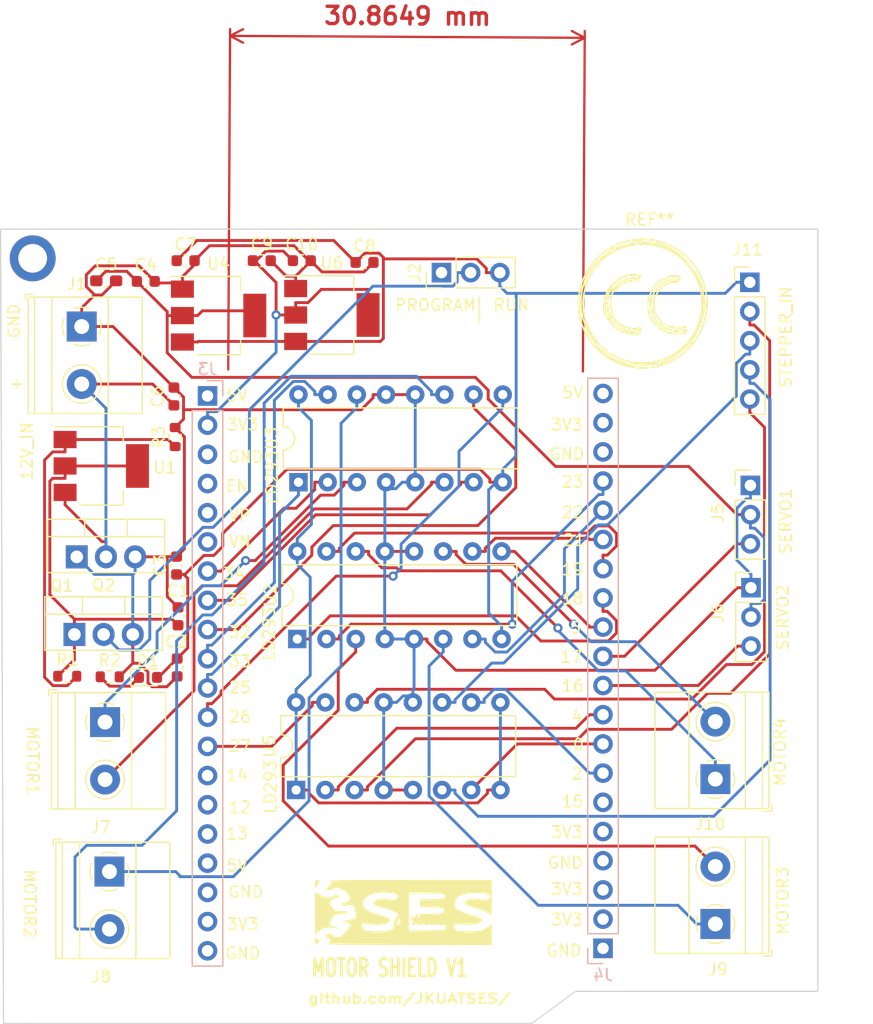
<source format=kicad_pcb>
(kicad_pcb (version 20211014) (generator pcbnew)
  (layers (0 "F.Cu" signal) (31 "B.Cu" signal) (34 "B.Paste" user) (35 "F.Paste" user) (36 "B.SilkS" user "B.Silkscreen") (37 "F.SilkS" user "F.Silkscreen") (38 "B.Mask" user) (39 "F.Mask" user) (44 "Edge.Cuts" user))
  (net 0 "")
  (net 1 "Net-(C1-Pad1)")
  (net 2 "GND")
  (net 3 "Net-(D1-Pad1)")
  (net 4 "+5V")
  (net 6 "12V")
  (net 7 "SERVO_5V")
  (net 8 "STEPPER_IN3")
  (net 9 "STEPPER_IN1")
  (net 10 "END")
  (net 11 "SERVO2_SIGNAL")
  (net 12 "SERVO1_SIGNAL")
  (net 13 "ENC")
  (net 14 "IN8")
  (net 15 "MOTOR_A_OUT+")
  (net 16 "MOTOR_A_OUT-")
  (net 17 "MOTOR_B_OUT+")
  (net 18 "MOTOR_B_OUT-")
  (net 19 "MOTOR_C_OUT-")
  (net 20 "MOTOR_C_OUT+")
  (net 21 "MOTOR_D_OUT+")
  (net 22 "MOTOR_D_OUT-")
  (net 23 "OUT1")
  (net 24 "OUT3")
  (net 25 "OUT2")
  (net 26 "OUT4")
  (net 27 "IN5")
  (net 28 "IN6")
  (net 29 "IN7")
  (net 30 "ENA")
  (net 31 "IN1")
  (net 32 "IN2")
  (net 33 "ENB")
  (net 34 "IN3")
  (net 35 "IN4")
  (net 36 "STEPPER_IN2")
  (net 37 "STEPPER_IN4")
  (net 58 "Net-(R1-Pad2)")
  (net 59 "Net-(C6-Pad1)")
  (net 60 "3v3")
  (net 61 "Net-(Q2-Pad2)")
  (net 62 "3V3")
  (footprint "custom-footprints:sesboard-logo" (layer "F.Cu") (at 96.774 118.745)
    (fp_text reference "G***")
    (fp_text value "LOGO" hide)
  )
  (footprint "Connector_PinHeader_2.54mm:PinHeader_1x03_P2.54mm_Vertical" (layer "F.Cu") (at 98.567 61.951 90)
    (fp_text reference "J2")
    (fp_text value "Conn_01x03_Female")
  )
  (footprint "Package_TO_SOT_SMD:SOT-223-3_TabPin2" (layer "F.Cu") (at 79.1718 65.6844)
    (fp_text reference "U4")
    (fp_text value "AMS1117-5.0")
  )
  (footprint "Capacitor_SMD:C_0603_1608Metric" (layer "F.Cu") (at 75.6412 91.8464 90)
    (fp_text reference "C1")
    (fp_text value "1uF")
  )
  (footprint "Capacitor_SMD:C_0603_1608Metric" (layer "F.Cu") (at 86.4108 60.9092)
    (fp_text reference "C10")
    (fp_text value "10uF")
  )
  (footprint "Capacitor_SMD:C_0603_1608Metric_Pad1.08x0.95mm_HandSolder" (layer "F.Cu") (at 69.3928 62.6618)
    (fp_text reference "C5")
    (fp_text value "100nF")
  )
  (footprint "Package_TO_SOT_THT:TO-220-3_Vertical" (layer "F.Cu") (at 66.6242 93.4212)
    (fp_text reference "Q2")
    (fp_text value "TIP3055")
  )
  (footprint "Capacitor_SMD:C_0603_1608Metric" (layer "F.Cu") (at 75.5142 87.4268 90)
    (fp_text reference "C3")
    (fp_text value "100nF")
  )
  (footprint "LED_SMD:LED_0603_1608Metric" (layer "F.Cu") (at 73.025 97.155)
    (fp_text reference "D1")
    (fp_text value "GREEN_LED")
  )
  (footprint "TerminalBlock_Phoenix:TerminalBlock_Phoenix_MKDS-1,5-2_1x02_P5.00mm_Horizontal" (layer "F.Cu") (at 69.2912 101.0412 -90)
    (fp_text reference "J7")
    (fp_text value "MOTOR_A_OUT")
  )
  (footprint "Package_DIP:DIP-16_W7.62mm" (layer "F.Cu") (at 86.0194 93.8176 90)
    (fp_text reference "U2")
    (fp_text value "L293D")
  )
  (footprint "Capacitor_SMD:C_0603_1608Metric" (layer "F.Cu") (at 75.2856 72.7202 90)
    (fp_text reference "C6")
    (fp_text value "0.1uF")
  )
  (footprint "TerminalBlock_Phoenix:TerminalBlock_Phoenix_MKDS-1,5-2_1x02_P5.00mm_Horizontal" (layer "F.Cu") (at 69.672 114.046 -90)
    (fp_text reference "J8")
    (fp_text value "MOTOR_B_OUT")
  )
  (footprint "Resistor_SMD:R_0603_1608Metric" (layer "F.Cu") (at 66.0024 97.0534)
    (fp_text reference "R1")
    (fp_text value "240R")
  )
  (footprint "TerminalBlock_Phoenix:TerminalBlock_Phoenix_MKDS-1,5-2_1x02_P5.00mm_Horizontal" (layer "F.Cu") (at 122.4028 118.6034 90)
    (fp_text reference "J9")
    (fp_text value "MOTOR_C_OUT")
  )
  (footprint "Package_TO_SOT_SMD:SOT-223-3_TabPin2" (layer "F.Cu") (at 89.027 65.6336)
    (fp_text reference "U6")
    (fp_text value "AMS1117-3.3")
  )
  (footprint "TerminalBlock_Phoenix:TerminalBlock_Phoenix_MKDS-1,5-2_1x02_P5.00mm_Horizontal" (layer "F.Cu") (at 67.259 66.6388 -90)
    (fp_text reference "J1")
    (fp_text value "EXTERNAL_MOTOR_POWER")
  )
  (footprint "Connector_PinHeader_2.54mm:PinHeader_1x05_P2.54mm_Vertical" (layer "F.Cu") (at 125.3998 62.7888)
    (fp_text reference "J11")
    (fp_text value "STEPPER_TERMINAL")
  )
  (footprint "Capacitor_SMD:C_0603_1608Metric" (layer "F.Cu") (at 82.931 60.9092)
    (fp_text reference "C9")
    (fp_text value "10uF")
  )
  (footprint "Connector_PinHeader_2.54mm:PinHeader_1x03_P2.54mm_Vertical" (layer "F.Cu") (at 125.5014 89.3572)
    (fp_text reference "J6")
    (fp_text value "SERVO2")
  )
  (footprint "Package_DIP:DIP-16_W7.62mm" (layer "F.Cu") (at 85.9178 106.9494 90)
    (fp_text reference "U5")
    (fp_text value "L293D")
  )
  (footprint "Capacitor_SMD:C_0603_1608Metric" (layer "F.Cu") (at 91.8718 61.0616)
    (fp_text reference "C8")
    (fp_text value "10uF")
  )
  (footprint "Capacitor_SMD:C_0603_1608Metric" (layer "F.Cu") (at 75.565 96.2914 -90)
    (fp_text reference "C2")
    (fp_text value "10uF")
  )
  (footprint "TerminalBlock_Phoenix:TerminalBlock_Phoenix_MKDS-1,5-2_1x02_P5.00mm_Horizontal" (layer "F.Cu") (at 122.4028 106.005 90)
    (fp_text reference "J10")
    (fp_text value "MOTOR_D_OUT")
  )
  (footprint "Package_TO_SOT_SMD:SOT-223-3_TabPin2" (layer "F.Cu") (at 68.961 78.7654)
    (fp_text reference "U1")
    (fp_text value "LM317_SOT-223")
  )
  (footprint "Connector_PinHeader_2.54mm:PinHeader_1x03_P2.54mm_Vertical" (layer "F.Cu") (at 125.4506 80.4568)
    (fp_text reference "J5")
    (fp_text value "SERVO1")
  )
  (footprint "Package_TO_SOT_THT:TO-220-3_Vertical" (layer "F.Cu") (at 66.8274 86.67)
    (fp_text reference "Q1")
    (fp_text value "Q_NMOS_DGS")
  )
  (footprint "Symbol:Symbol_CreativeCommons_SilkScreenTop_Type2_Big" (layer "F.Cu") (at 116.078 64.643)
    (fp_text reference "REF**")
    (fp_text value "Symbol_CreativeCommons_SilkScreenTop_Type2_Big")
  )
  (footprint "Package_DIP:DIP-16_W7.62mm" (layer "F.Cu") (at 86.121 80.1778 90)
    (fp_text reference "U3")
    (fp_text value "L293D")
  )
  (footprint "Resistor_SMD:R_0603_1608Metric" (layer "F.Cu") (at 75.3872 76.2508 90)
    (fp_text reference "R3")
    (fp_text value "2K")
  )
  (footprint "Resistor_SMD:R_0603_1608Metric" (layer "F.Cu") (at 69.6976 97.1042)
    (fp_text reference "R2")
    (fp_text value "2K")
  )
  (footprint "Capacitor_SMD:C_0603_1608Metric" (layer "F.Cu") (at 76.3016 60.9092)
    (fp_text reference "C7")
    (fp_text value "10uF")
  )
  (footprint "Capacitor_SMD:C_0603_1608Metric" (layer "F.Cu") (at 72.8348 62.7126)
    (fp_text reference "C4")
    (fp_text value "10uF")
  )
  (footprint "Connector_PinHeader_2.54mm:PinHeader_1x20_P2.54mm_Vertical" (layer "B.Cu") (at 112.6236 120.7212)
    (fp_text reference "J4")
    (fp_text value "Conn_01x20_Female")
  )
  (footprint "Connector_PinHeader_2.54mm:PinHeader_1x20_P2.54mm_Vertical" (layer "B.Cu") (at 78.2066 72.6744 180)
    (fp_text reference "J3")
    (fp_text value "Conn_01x20_Female")
  )
  (gr_line (start 101.854 64.008) (end 101.854 66.294) (layer "F.SilkS") (width 0.15))
  (gr_line (start 62.484 127.254) (end 60.452 127.254) (layer "Edge.Cuts") (width 0.1))
  (gr_line (start 60.452 127.254) (end 60.198 58.166) (layer "Edge.Cuts") (width 0.1))
  (gr_line (start 131.318 58.166) (end 131.318 124.46) (layer "Edge.Cuts") (width 0.1))
  (gr_line (start 62.23 58.166) (end 131.318 58.166) (layer "Edge.Cuts") (width 0.1))
  (gr_line (start 110.236 124.46) (end 106.426 127.254) (layer "Edge.Cuts") (width 0.1))
  (gr_line (start 106.426 127.254) (end 62.484 127.254) (layer "Edge.Cuts") (width 0.1))
  (gr_line (start 62.23 58.166) (end 60.198 58.166) (layer "Edge.Cuts") (width 0.1))
  (gr_line (start 131.318 124.46) (end 110.236 124.46) (layer "Edge.Cuts") (width 0.1))
  (gr_text "5V" (at 80.772 72.644) (layer "F.SilkS") (effects (font (size 1 1))))
  (gr_text "VN" (at 81.026 85.344) (layer "F.SilkS") (effects (font (size 1 1))))
  (gr_text "SERVO1" (at 128.524 83.566 90) (layer "F.SilkS") (effects (font (size 1 1))))
  (gr_text "SERVO2" (at 128.27 91.948 90) (layer "F.SilkS") (effects (font (size 1 1))))
  (gr_text "GND" (at 81.534 115.824) (layer "F.SilkS") (effects (font (size 1 1))))
  (gr_text "5" (at 110.236 92.837) (layer "F.SilkS") (effects (font (size 1 1))))
  (gr_text "GND" (at 109.347 113.284) (layer "F.SilkS") (effects (font (size 1 1))))
  (gr_text "22" (at 109.982 82.804) (layer "F.SilkS") (effects (font (size 1 1))))
  (gr_text "23" (at 109.982 80.137) (layer "F.SilkS") (effects (font (size 1 1))))
  (gr_text "GND" (at 109.22 120.904) (layer "F.SilkS") (effects (font (size 1 1))))
  (gr_text "2" (at 110.363 105.537) (layer "F.SilkS") (effects (font (size 1 1))))
  (gr_text "21" (at 110.109 85.217) (layer "F.SilkS") (effects (font (size 1 1))))
  (gr_text "17" (at 109.855 95.377) (layer "F.SilkS") (effects (font (size 1 1))))
  (gr_text "5V" (at 80.772 113.538) (layer "F.SilkS") (effects (font (size 1 1))))
  (gr_text "LD293" (at 83.82 79.756 90) (layer "F.SilkS") (effects (font (size 1 1))))
  (gr_text "33" (at 81.026 95.758) (layer "F.SilkS") (effects (font (size 1 1))))
  (gr_text "26" (at 81.026 100.584) (layer "F.SilkS") (effects (font (size 1 1))))
  (gr_text "15" (at 109.982 107.95) (layer "F.SilkS") (effects (font (size 1 1))))
  (gr_text "5V" (at 109.982 72.39) (layer "F.SilkS") (effects (font (size 1 1))))
  (gr_text "3V3" (at 109.474 115.57) (layer "F.SilkS") (effects (font (size 1 1))))
  (gr_text "25" (at 81.026 98.044) (layer "F.SilkS") (effects (font (size 1 1))))
  (gr_text "3V3" (at 109.474 118.237) (layer "F.SilkS") (effects (font (size 1 1))))
  (gr_text "LD293" (at 83.693 106.68 90) (layer "F.SilkS") (effects (font (size 1 1))))
  (gr_text "GND" (at 109.474 77.724) (layer "F.SilkS") (effects (font (size 1 1))))
  (gr_text "MOTOR SHIELD V1" (at 87.122 122.428) (layer "F.SilkS") (effects (font (size 1.5 1) (thickness 0.25)) (justify left)))
  (gr_text "35" (at 80.772 90.424) (layer "F.SilkS") (effects (font (size 1 1))))
  (gr_text "MOTOR3" (at 128.27 116.586 90) (layer "F.SilkS") (effects (font (size 1 1))))
  (gr_text "EN" (at 80.772 80.518) (layer "F.SilkS") (effects (font (size 1 1))))
  (gr_text "MOTOR2\n" (at 62.738 116.84 270) (layer "F.SilkS") (effects (font (size 1 1))))
  (gr_text "github.com/JKUATSES/\n" (at 95.758 125.095) (layer "F.SilkS") (effects (font (size 0.8 1) (thickness 0.2))))
  (gr_text "0" (at 110.49 102.997) (layer "F.SilkS") (effects (font (size 1 1))))
  (gr_text "RUN" (at 104.648 64.77) (layer "F.SilkS") (effects (font (size 1 1))))
  (gr_text "19" (at 109.982 87.757) (layer "F.SilkS") (effects (font (size 1 1))))
  (gr_text "MOTOR1" (at 62.992 104.394 270) (layer "F.SilkS") (effects (font (size 1 1))))
  (gr_text "3V3" (at 81.28 75.184) (layer "F.SilkS") (effects (font (size 1 1))))
  (gr_text "4" (at 110.363 100.584) (layer "F.SilkS") (effects (font (size 1 1))))
  (gr_text "3V3" (at 81.28 118.618) (layer "F.SilkS") (effects (font (size 1 1))))
  (gr_text "GND" (at 81.534 77.978) (layer "F.SilkS") (effects (font (size 1 1))))
  (gr_text "12" (at 81.026 108.458) (layer "F.SilkS") (effects (font (size 1 1))))
  (gr_text "13" (at 80.772 110.744) (layer "F.SilkS") (effects (font (size 1 1))))
  (gr_text "14" (at 80.772 105.664) (layer "F.SilkS") (effects (font (size 1 1))))
  (gr_text "GND" (at 61.3664 66.167 90) (layer "F.SilkS") (effects (font (size 1 1))))
  (gr_text "12V_IN" (at 62.484 77.47 90) (layer "F.SilkS") (effects (font (size 1 1))))
  (gr_text "18" (at 109.982 90.297) (layer "F.SilkS") (effects (font (size 1 1))))
  (gr_text "VP" (at 81.026 83.058) (layer "F.SilkS") (effects (font (size 1 1))))
  (gr_text "3V3" (at 109.474 110.617) (layer "F.SilkS") (effects (font (size 1 1))))
  (gr_text "16" (at 109.982 97.917) (layer "F.SilkS") (effects (font (size 1 1))))
  (gr_text "32" (at 81.026 93.218) (layer "F.SilkS") (effects (font (size 1 1))))
  (gr_text "LD293" (at 83.566 93.345 90) (layer "F.SilkS") (effects (font (size 1 1))))
  (gr_text "34" (at 80.518 88.138) (layer "F.SilkS") (effects (font (size 1 1))))
  (gr_text "+" (at 61.595 71.5772) (layer "F.SilkS") (effects (font (size 1 1))))
  (gr_text "27" (at 81.026 103.124) (layer "F.SilkS") (effects (font (size 1 1))))
  (gr_text "GND" (at 81.28 121.158) (layer "F.SilkS") (effects (font (size 1 1))))
  (gr_text "STEPPER_IN\n" (at 128.524 67.564 90) (layer "F.SilkS") (effects (font (size 1 1))))
  (gr_text "3V3" (at 109.474 75.184) (layer "F.SilkS") (effects (font (size 1 1))))
  (gr_text "PROGRAM" (at 98.044 64.77) (layer "F.SilkS") (effects (font (size 1 1))))
  (gr_text "MOTOR4\n" (at 128.016 103.632 90) (layer "F.SilkS") (effects (font (size 1 1))))
  (dimension (type aligned) (layer "F.Cu") (pts (xy 80.0066 70.8744) (xy 110.871 71.0438)) (height -29.518955) (gr_text "30.8649 mm" (at 95.610692 39.640617 359.6855339) (layer "F.Cu") (effects (font (size 1.5 1.5) (thickness 0.3)))) (format (units 3) (units_format 1) (precision 4)) (style (thickness 0.2) (arrow_length 1.27) (text_position_mode 0) (extension_height 0.58642) (extension_offset 0.5) keep_text_aligned))
  (via (at 62.992 60.706) (size 4) (drill 2.5) (layers "F.Cu" "B.Cu") (net 0))
  (segment (start 64.4856 89.9573) (end 64.4856 80.0908) (width 0.25) (layer "F.Cu") (net 1))
  (segment (start 66.6242 93.4212) (end 66.6242 95.6066) (width 0.25) (layer "F.Cu") (net 1))
  (segment (start 66.6242 92.2085) (end 66.6242 92.0959) (width 0.25) (layer "F.Cu") (net 1))
  (segment (start 66.6242 92.7585) (end 66.6242 93.4212) (width 0.25) (layer "F.Cu") (net 1))
  (segment (start 64.4856 80.0908) (end 64.7357 79.8407) (width 0.25) (layer "F.Cu") (net 1))
  (segment (start 72.111 78.7654) (end 65.811 78.7654) (width 0.25) (layer "F.Cu") (net 1))
  (segment (start 64.7357 79.8407) (end 65.811 79.8407) (width 0.25) (layer "F.Cu") (net 1))
  (segment (start 66.6242 92.0959) (end 64.4856 89.9573) (width 0.25) (layer "F.Cu") (net 1))
  (segment (start 66.6242 92.7585) (end 66.6242 92.2085) (width 0.25) (layer "F.Cu") (net 1))
  (segment (start 66.6242 95.6066) (end 65.1774 97.0534) (width 0.25) (layer "F.Cu") (net 1))
  (segment (start 66.6242 92.0959) (end 75.1157 92.0959) (width 0.25) (layer "F.Cu") (net 1))
  (segment (start 75.1157 92.0959) (end 75.6412 92.6214) (width 0.25) (layer "F.Cu") (net 1))
  (segment (start 65.811 78.7654) (end 65.811 79.8407) (width 0.25) (layer "F.Cu") (net 1))
  (segment (start 69.9792 66.6388) (end 75.2856 71.9452) (width 0.25) (layer "F.Cu") (net 2))
  (segment (start 76.1932 76.2318) (end 76.1932 85.9728) (width 0.25) (layer "F.Cu") (net 2))
  (segment (start 67.259 66.6388) (end 67.259 65.0135) (width 0.25) (layer "F.Cu") (net 2))
  (segment (start 68.4395 61.3584) (end 72.2556 61.3584) (width 0.25) (layer "F.Cu") (net 2))
  (segment (start 77.0766 61.2543) (end 76.0218 62.3091) (width 0.25) (layer "F.Cu") (net 2))
  (segment (start 76.1932 85.9728) (end 75.5142 86.6518) (width 0.25) (layer "F.Cu") (net 2))
  (segment (start 87.0323 61.103) (end 85.877 62.2583) (width 0.25) (layer "F.Cu") (net 2))
  (segment (start 77.0766 60.9092) (end 77.0766 61.2543) (width 0.25) (layer "F.Cu") (net 2))
  (segment (start 75.3872 75.4258) (end 76.1932 76.2318) (width 0.25) (layer "F.Cu") (net 2))
  (segment (start 88.1677 61.8911) (end 91.8173 61.8911) (width 0.25) (layer "F.Cu") (net 2))
  (segment (start 76.0218 62.8467) (end 76.0218 62.3091) (width 0.25) (layer "F.Cu") (net 2))
  (segment (start 92.6157 72.8391) (end 92.6157 72.5578) (width 0.25) (layer "F.Cu") (net 2))
  (segment (start 72.2514 95.9226) (end 73.025 96.6962) (width 0.25) (layer "F.Cu") (net 2))
  (segment (start 93.741 72.5578) (end 92.6157 72.5578) (width 0.25) (layer "F.Cu") (net 2))
  (segment (start 96.0778 106.9494) (end 93.5378 106.9494) (width 0.25) (layer "F.Cu") (net 2))
  (segment (start 97.3047 93.8176) (end 97.3047 94.0223) (width 0.25) (layer "F.Cu") (net 2))
  (segment (start 74.7023 86.67) (end 74.7023 90.1325) (width 0.25) (layer "F.Cu") (net 2))
  (segment (start 91.5795 73.8753) (end 92.6157 72.8391) (width 0.25) (layer "F.Cu") (net 2))
  (segment (start 71.7042 95.9226) (end 72.2514 95.9226) (width 0.25) (layer "F.Cu") (net 2))
  (segment (start 76.1201 74.6929) (end 75.3872 75.4258) (width 0.25) (layer "F.Cu") (net 2))
  (segment (start 71.9074 86.67) (end 73.1852 86.67) (width 0.25) (layer "F.Cu") (net 2))
  (segment (start 85.7288 59.6057) (end 87.0323 60.9092) (width 0.25) (layer "F.Cu") (net 2))
  (segment (start 68.3815 63.891) (end 67.6577 63.1672) (width 0.25) (layer "F.Cu") (net 2))
  (segment (start 76.0218 63.3844) (end 76.0218 62.8467) (width 0.25) (layer "F.Cu") (net 2))
  (segment (start 73.3707 97.969) (end 74.6624 97.969) (width 0.25) (layer "F.Cu") (net 2))
  (segment (start 67.6577 63.1672) (end 67.6577 62.1402) (width 0.25) (layer "F.Cu") (net 2))
  (segment (start 74.7023 86.67) (end 73.1852 86.67) (width 0.25) (layer "F.Cu") (net 2))
  (segment (start 91.8173 61.8911) (end 92.6468 61.0616) (width 0.25) (layer "F.Cu") (net 2))
  (segment (start 87.0323 60.9092) (end 87.1858 60.9092) (width 0.25) (layer "F.Cu") (net 2))
  (segment (start 67.259 66.6388) (end 69.9792 66.6388) (width 0.25) (layer "F.Cu") (net 2))
  (segment (start 67.259 65.0135) (end 68.3815 63.891) (width 0.25) (layer "F.Cu") (net 2))
  (segment (start 96.1794 93.8176) (end 97.3047 93.8176) (width 0.25) (layer "F.Cu") (net 2))
  (segment (start 73.025 97.6233) (end 73.3707 97.969) (width 0.25) (layer "F.Cu") (net 2))
  (segment (start 85.877 63.3336) (end 85.877 62.2583) (width 0.25) (layer "F.Cu") (net 2))
  (segment (start 75.5142 86.6518) (end 74.7205 86.6518) (width 0.25) (layer "F.Cu") (net 2))
  (segment (start 93.6394 86.1976) (end 96.1794 86.1976) (width 0.25) (layer "F.Cu") (net 2))
  (segment (start 96.281 72.5578) (end 93.741 72.5578) (width 0.25) (layer "F.Cu") (net 2))
  (segment (start 73.025 96.6962) (end 73.025 97.6233) (width 0.25) (layer "F.Cu") (net 2))
  (segment (start 75.2856 71.9452) (end 76.1201 72.7797) (width 0.25) (layer "F.Cu") (net 2))
  (segment (start 78.3801 59.6057) (end 85.7288 59.6057) (width 0.25) (layer "F.Cu") (net 2))
  (segment (start 87.0323 60.9092) (end 87.0323 61.103) (width 0.25) (layer "F.Cu") (net 2))
  (segment (start 85.0551 62.2583) (end 85.877 62.2583) (width 0.25) (layer "F.Cu") (net 2))
  (segment (start 69.0261 63.891) (end 68.3815 63.891) (width 0.25) (layer "F.Cu") (net 2))
  (segment (start 77.0766 60.9092) (end 78.3801 59.6057) (width 0.25) (layer "F.Cu") (net 2))
  (segment (start 87.1858 60.9092) (end 88.1677 61.8911) (width 0.25) (layer "F.Cu") (net 2))
  (segment (start 76.1201 73.8753) (end 91.5795 73.8753) (width 0.25) (layer "F.Cu") (net 2))
  (segment (start 74.7023 90.1325) (end 75.6412 91.0714) (width 0.25) (layer "F.Cu") (net 2))
  (segment (start 72.2556 61.3584) (end 73.6098 62.7126) (width 0.25) (layer "F.Cu") (net 2))
  (segment (start 74.7205 86.6518) (end 74.7023 86.67) (width 0.25) (layer "F.Cu") (net 2))
  (segment (start 70.2553 62.6618) (end 69.0261 63.891) (width 0.25) (layer "F.Cu") (net 2))
  (segment (start 83.706 60.9092) (end 85.0551 62.2583) (width 0.25) (layer "F.Cu") (net 2))
  (segment (start 117.149 96.5343) (end 124.3261 89.3572) (width 0.25) (layer "F.Cu") (net 2))
  (segment (start 67.6577 62.1402) (end 68.4395 61.3584) (width 0.25) (layer "F.Cu") (net 2))
  (segment (start 97.3047 94.0223) (end 99.8167 96.5343) (width 0.25) (layer "F.Cu") (net 2))
  (segment (start 125.5014 89.3572) (end 124.3261 89.3572) (width 0.25) (layer "F.Cu") (net 2))
  (segment (start 73.7439 62.8467) (end 73.6098 62.7126) (width 0.25) (layer "F.Cu") (net 2))
  (segment (start 71.7042 95.9226) (end 70.5226 97.1042) (width 0.25) (layer "F.Cu") (net 2))
  (segment (start 71.7042 93.4212) (end 71.7042 95.9226) (width 0.25) (layer "F.Cu") (net 2))
  (segment (start 99.8167 96.5343) (end 117.149 96.5343) (width 0.25) (layer "F.Cu") (net 2))
  (segment (start 76.0218 62.8467) (end 73.7439 62.8467) (width 0.25) (layer "F.Cu") (net 2))
  (segment (start 74.6624 97.969) (end 75.565 97.0664) (width 0.25) (layer "F.Cu") (net 2))
  (segment (start 76.1201 72.7797) (end 76.1201 73.8753) (width 0.25) (layer "F.Cu") (net 2))
  (segment (start 76.1201 73.8753) (end 76.1201 74.6929) (width 0.25) (layer "F.Cu") (net 2))
  (segment (start 93.741 80.1778) (end 93.741 80.7404) (width 0.25) (layer "B.Cu") (net 2))
  (segment (start 96.281 72.5578) (end 96.281 80.1778) (width 0.25) (layer "B.Cu") (net 2))
  (segment (start 96.1794 98.1025) (end 96.1794 93.8176) (width 0.25) (layer "B.Cu") (net 2))
  (segment (start 93.741 80.7404) (end 93.6394 80.842) (width 0.25) (layer "B.Cu") (net 2))
  (segment (start 93.6394 87.3229) (end 93.6255 87.3368) (width 0.25) (layer "B.Cu") (net 2))
  (segment (start 93.6255 92.6784) (end 93.6394 92.6923) (width 0.25) (layer "B.Cu") (net 2))
  (segment (start 93.6394 93.8176) (end 93.6394 92.6923) (width 0.25) (layer "B.Cu") (net 2))
  (segment (start 96.1794 93.8176) (end 95.0541 93.8176) (width 0.25) (layer "B.Cu") (net 2))
  (segment (start 93.6394 80.842) (end 93.6394 85.0723) (width 0.25) (layer "B.Cu") (net 2))
  (segment (start 66.8274 86.67) (end 68.3559 88.1985) (width 0.25) (layer "B.Cu") (net 2))
  (segment (start 96.281 80.1778) (end 95.1557 80.1778) (width 0.25) (layer "B.Cu") (net 2))
  (segment (start 124.2753 86.9558) (end 124.2753 82.44) (width 0.25) (layer "B.Cu") (net 2))
  (segment (start 93.5378 106.9494) (end 93.5378 99.3294) (width 0.25) (layer "B.Cu") (net 2))
  (segment (start 125.5014 88.1819) (end 124.2753 86.9558) (width 0.25) (layer "B.Cu") (net 2))
  (segment (start 93.6394 86.1976) (end 93.6394 87.3229) (width 0.25) (layer "B.Cu") (net 2))
  (segment (start 93.6255 87.3368) (end 93.6255 92.6784) (width 0.25) (layer "B.Cu") (net 2))
  (segment (start 95.2258 98.7667) (end 94.6631 99.3294) (width 0.25) (layer "B.Cu") (net 2))
  (segment (start 93.741 80.7404) (end 94.5931 80.7404) (width 0.25) (layer "B.Cu") (net 2))
  (segment (start 96.0778 99.3294) (end 96.0778 98.7667) (width 0.25) (layer "B.Cu") (net 2))
  (segment (start 93.6394 93.8176) (end 95.0541 93.8176) (width 0.25) (layer "B.Cu") (net 2))
  (segment (start 94.5931 80.7404) (end 95.1557 80.1778) (width 0.25) (layer "B.Cu") (net 2))
  (segment (start 71.9074 86.67) (end 71.9074 87.9953) (width 0.25) (layer "B.Cu") (net 2))
  (segment (start 96.0778 98.7667) (end 95.2258 98.7667) (width 0.25) (layer "B.Cu") (net 2))
  (segment (start 96.0778 98.7667) (end 96.0778 98.2041) (width 0.25) (layer "B.Cu") (net 2))
  (segment (start 93.6394 86.1976) (end 93.6394 85.0723) (width 0.25) (layer "B.Cu") (net 2))
  (segment (start 96.0778 98.2041) (end 96.1794 98.1025) (width 0.25) (layer "B.Cu") (net 2))
  (segment (start 68.3559 88.1985) (end 71.7042 88.1985) (width 0.25) (layer "B.Cu") (net 2))
  (segment (start 125.5014 89.3572) (end 125.5014 88.1819) (width 0.25) (layer "B.Cu") (net 2))
  (segment (start 124.2753 82.44) (end 125.0832 81.6321) (width 0.25) (layer "B.Cu") (net 2))
  (segment (start 93.5378 99.3294) (end 94.6631 99.3294) (width 0.25) (layer "B.Cu") (net 2))
  (segment (start 71.7042 88.1985) (end 71.9074 87.9953) (width 0.25) (layer "B.Cu") (net 2))
  (segment (start 71.7042 93.4212) (end 71.7042 88.1985) (width 0.25) (layer "B.Cu") (net 2))
  (segment (start 125.4506 80.4568) (end 125.4506 81.6321) (width 0.25) (layer "B.Cu") (net 2))
  (segment (start 125.0832 81.6321) (end 125.4506 81.6321) (width 0.25) (layer "B.Cu") (net 2))
  (segment (start 68.8726 97.1042) (end 69.6875 97.9191) (width 0.25) (layer "F.Cu") (net 3))
  (segment (start 71.4734 97.9191) (end 72.2375 97.155) (width 0.25) (layer "F.Cu") (net 3))
  (segment (start 69.6875 97.9191) (end 71.4734 97.9191) (width 0.25) (layer "F.Cu") (net 3))
  (segment (start 102.5725 107.2307) (end 101.7285 108.0747) (width 0.25) (layer "F.Cu") (net 4))
  (segment (start 103.6978 106.9494) (end 102.5725 106.9494) (width 0.25) (layer "F.Cu") (net 4))
  (segment (start 85.9178 106.9494) (end 87.0431 106.9494) (width 0.25) (layer "F.Cu") (net 4))
  (segment (start 101.7285 108.0747) (end 87.887 108.0747) (width 0.25) (layer "F.Cu") (net 4))
  (segment (start 102.5725 106.9494) (end 102.5725 107.2307) (width 0.25) (layer "F.Cu") (net 4))
  (segment (start 87.0431 107.2308) (end 87.0431 106.9494) (width 0.25) (layer "F.Cu") (net 4))
  (segment (start 87.887 108.0747) (end 87.0431 107.2308) (width 0.25) (layer "F.Cu") (net 4))
  (segment (start 85.9178 99.3294) (end 85.9178 106.9494) (width 0.25) (layer "B.Cu") (net 4))
  (segment (start 86.0194 86.1976) (end 86.0194 85.0723) (width 0.25) (layer "B.Cu") (net 4))
  (segment (start 86.121 73.6831) (end 87.2464 74.8085) (width 0.25) (layer "B.Cu") (net 4))
  (segment (start 87.2464 74.8085) (end 87.2464 83.8453) (width 0.25) (layer "B.Cu") (net 4))
  (segment (start 86.0194 86.1976) (end 86.0194 87.3229) (width 0.25) (layer "B.Cu") (net 4))
  (segment (start 87.1448 88.4483) (end 87.1448 96.9771) (width 0.25) (layer "B.Cu") (net 4))
  (segment (start 87.2464 83.8453) (end 86.0194 85.0723) (width 0.25) (layer "B.Cu") (net 4))
  (segment (start 86.121 72.5578) (end 86.121 73.6831) (width 0.25) (layer "B.Cu") (net 4))
  (segment (start 103.6978 106.9494) (end 103.6978 99.3294) (width 0.25) (layer "B.Cu") (net 4))
  (segment (start 86.0194 87.3229) (end 87.1448 88.4483) (width 0.25) (layer "B.Cu") (net 4))
  (segment (start 85.9178 99.3294) (end 85.9178 98.2041) (width 0.25) (layer "B.Cu") (net 4))
  (segment (start 87.1448 96.9771) (end 85.9178 98.2041) (width 0.25) (layer "B.Cu") (net 4))
  (segment (start 85.877 67.9336) (end 77.3979 67.9336) (width 0.25) (layer "F.Cu") (net 6))
  (segment (start 93.5092 60.6303) (end 93.5092 60.7548) (width 0.25) (layer "F.Cu") (net 6))
  (segment (start 101.6428 60.7548) (end 93.5092 60.7548) (width 0.25) (layer "F.Cu") (net 6))
  (segment (start 93.1363 60.2574) (end 93.5092 60.6303) (width 0.25) (layer "F.Cu") (net 6))
  (segment (start 77.3979 67.9336) (end 77.3471 67.9844) (width 0.25) (layer "F.Cu") (net 6))
  (segment (start 76.0218 67.9844) (end 77.3471 67.9844) (width 0.25) (layer "F.Cu") (net 6))
  (segment (start 85.1164 79.0524) (end 79.5323 84.6365) (width 0.25) (layer "F.Cu") (net 6))
  (segment (start 77.2818 59.154) (end 89.1892 59.154) (width 0.25) (layer "F.Cu") (net 6))
  (segment (start 89.1892 59.154) (end 91.0968 61.0616) (width 0.25) (layer "F.Cu") (net 6))
  (segment (start 102.4717 61.951) (end 102.4717 61.5837) (width 0.25) (layer "F.Cu") (net 6))
  (segment (start 75.565 95.5164) (end 73.9264 97.155) (width 0.25) (layer "F.Cu") (net 6))
  (segment (start 87.2023 67.9336) (end 93.2513 67.9336) (width 0.25) (layer "F.Cu") (net 6))
  (segment (start 76.1537 88.2018) (end 76.1953 88.2434) (width 0.25) (layer "F.Cu") (net 6))
  (segment (start 102.7757 79.8965) (end 101.9316 79.0524) (width 0.25) (layer "F.Cu") (net 6))
  (segment (start 76.4866 88.5347) (end 76.4866 94.5948) (width 0.25) (layer "F.Cu") (net 6))
  (segment (start 101.9316 79.0524) (end 85.1164 79.0524) (width 0.25) (layer "F.Cu") (net 6))
  (segment (start 93.5092 67.6757) (end 93.5092 60.7548) (width 0.25) (layer "F.Cu") (net 6))
  (segment (start 73.9264 97.155) (end 73.8125 97.155) (width 0.25) (layer "F.Cu") (net 6))
  (segment (start 76.4866 94.5948) (end 75.565 95.5164) (width 0.25) (layer "F.Cu") (net 6))
  (segment (start 102.4717 61.5837) (end 101.6428 60.7548) (width 0.25) (layer "F.Cu") (net 6))
  (segment (start 91.901 60.2574) (end 93.1363 60.2574) (width 0.25) (layer "F.Cu") (net 6))
  (segment (start 76.1953 88.2434) (end 76.4866 88.5347) (width 0.25) (layer "F.Cu") (net 6))
  (segment (start 86.5397 67.9336) (end 87.2023 67.9336) (width 0.25) (layer "F.Cu") (net 6))
  (segment (start 79.5323 84.6365) (end 79.5323 85.7699) (width 0.25) (layer "F.Cu") (net 6))
  (segment (start 75.5142 88.2018) (end 76.1537 88.2018) (width 0.25) (layer "F.Cu") (net 6))
  (segment (start 79.5323 85.7699) (end 78.7524 86.5498) (width 0.25) (layer "F.Cu") (net 6))
  (segment (start 75.5266 60.9092) (end 77.2818 59.154) (width 0.25) (layer "F.Cu") (net 6))
  (segment (start 93.2513 67.9336) (end 93.5092 67.6757) (width 0.25) (layer "F.Cu") (net 6))
  (segment (start 86.5397 67.9336) (end 85.877 67.9336) (width 0.25) (layer "F.Cu") (net 6))
  (segment (start 102.7757 80.1778) (end 102.7757 79.8965) (width 0.25) (layer "F.Cu") (net 6))
  (segment (start 91.0968 61.0616) (end 91.901 60.2574) (width 0.25) (layer "F.Cu") (net 6))
  (segment (start 77.8889 86.5498) (end 76.1953 88.2434) (width 0.25) (layer "F.Cu") (net 6))
  (segment (start 103.901 80.1778) (end 102.7757 80.1778) (width 0.25) (layer "F.Cu") (net 6))
  (segment (start 103.647 61.951) (end 102.4717 61.951) (width 0.25) (layer "F.Cu") (net 6))
  (segment (start 78.7524 86.5498) (end 77.8889 86.5498) (width 0.25) (layer "F.Cu") (net 6))
  (segment (start 103.7994 93.8176) (end 103.7994 92.6923) (width 0.25) (layer "B.Cu") (net 6))
  (segment (start 125.3998 62.7888) (end 124.2245 62.7888) (width 0.25) (layer "B.Cu") (net 6))
  (segment (start 102.6741 80.842) (end 102.6741 91.567) (width 0.25) (layer "B.Cu") (net 6))
  (segment (start 124.2245 62.7888) (end 123.2608 63.7525) (width 0.25) (layer "B.Cu") (net 6))
  (segment (start 102.6741 91.567) (end 103.7994 92.6923) (width 0.25) (layer "B.Cu") (net 6))
  (segment (start 103.901 79.6151) (end 102.6741 80.842) (width 0.25) (layer "B.Cu") (net 6))
  (segment (start 103.647 61.951) (end 103.647 63.1263) (width 0.25) (layer "B.Cu") (net 6))
  (segment (start 123.2608 63.7525) (end 105.0657 63.7525) (width 0.25) (layer "B.Cu") (net 6))
  (segment (start 105.0657 63.7525) (end 104.2732 63.7525) (width 0.25) (layer "B.Cu") (net 6))
  (segment (start 103.901 79.6151) (end 103.901 79.0525) (width 0.25) (layer "B.Cu") (net 6))
  (segment (start 103.901 80.1778) (end 103.901 79.6151) (width 0.25) (layer "B.Cu") (net 6))
  (segment (start 104.2732 63.7525) (end 103.647 63.1263) (width 0.25) (layer "B.Cu") (net 6))
  (segment (start 105.0657 77.8878) (end 103.901 79.0525) (width 0.25) (layer "B.Cu") (net 6))
  (segment (start 105.0657 63.7525) (end 105.0657 77.8878) (width 0.25) (layer "B.Cu") (net 6))
  (segment (start 77.7611 65.2704) (end 77.3471 65.6844) (width 0.25) (layer "F.Cu") (net 7))
  (segment (start 71.1818 61.8346) (end 69.3575 61.8346) (width 0.25) (layer "F.Cu") (net 7))
  (segment (start 72.0598 62.7126) (end 71.1818 61.8346) (width 0.25) (layer "F.Cu") (net 7))
  (segment (start 101.5194 71.0595) (end 102.631 72.1711) (width 0.25) (layer "F.Cu") (net 7))
  (segment (start 125.4506 82.9968) (end 124.2753 82.9968) (width 0.25) (layer "F.Cu") (net 7))
  (segment (start 74.6965 65.6844) (end 74.6965 68.9152) (width 0.25) (layer "F.Cu") (net 7))
  (segment (start 76.1967 65.6844) (end 76.0218 65.6844) (width 0.25) (layer "F.Cu") (net 7))
  (segment (start 76.8408 71.0595) (end 101.5194 71.0595) (width 0.25) (layer "F.Cu") (net 7))
  (segment (start 74.8091 65.6844) (end 74.6965 65.6844) (width 0.25) (layer "F.Cu") (net 7))
  (segment (start 76.1967 65.6844) (end 77.3471 65.6844) (width 0.25) (layer "F.Cu") (net 7))
  (segment (start 76.0218 65.6844) (end 74.8091 65.6844) (width 0.25) (layer "F.Cu") (net 7))
  (segment (start 69.3575 61.8346) (end 68.5303 62.6618) (width 0.25) (layer "F.Cu") (net 7))
  (segment (start 74.6965 68.9152) (end 76.8408 71.0595) (width 0.25) (layer "F.Cu") (net 7))
  (segment (start 74.6965 65.3493) (end 72.0598 62.7126) (width 0.25) (layer "F.Cu") (net 7))
  (segment (start 102.631 72.1711) (end 102.631 72.9441) (width 0.25) (layer "F.Cu") (net 7))
  (segment (start 74.6965 65.6844) (end 74.6965 65.3493) (width 0.25) (layer "F.Cu") (net 7))
  (segment (start 82.3218 65.6844) (end 82.3218 65.2704) (width 0.25) (layer "F.Cu") (net 7))
  (segment (start 102.631 72.9441) (end 108.4981 78.8112) (width 0.25) (layer "F.Cu") (net 7))
  (segment (start 120.0897 78.8112) (end 124.2753 82.9968) (width 0.25) (layer "F.Cu") (net 7))
  (segment (start 82.3218 65.2704) (end 77.7611 65.2704) (width 0.25) (layer "F.Cu") (net 7))
  (segment (start 108.4981 78.8112) (end 120.0897 78.8112) (width 0.25) (layer "F.Cu") (net 7))
  (segment (start 125.5014 91.8972) (end 125.5014 90.7219) (width 0.25) (layer "B.Cu") (net 7))
  (segment (start 125.4506 84.1721) (end 125.8179 84.1721) (width 0.25) (layer "B.Cu") (net 7))
  (segment (start 125.4506 82.9968) (end 125.4506 84.1721) (width 0.25) (layer "B.Cu") (net 7))
  (segment (start 126.3095 90.7219) (end 125.5014 90.7219) (width 0.25) (layer "B.Cu") (net 7))
  (segment (start 126.6767 90.3547) (end 126.3095 90.7219) (width 0.25) (layer "B.Cu") (net 7))
  (segment (start 125.8179 84.1721) (end 126.6767 85.0309) (width 0.25) (layer "B.Cu") (net 7))
  (segment (start 126.6767 85.0309) (end 126.6767 90.3547) (width 0.25) (layer "B.Cu") (net 7))
  (segment (start 103.127 98.2041) (end 102.2831 99.048) (width 0.25) (layer "B.Cu") (net 8))
  (segment (start 112.6236 105.4812) (end 111.4483 105.4812) (width 0.25) (layer "B.Cu") (net 8))
  (segment (start 104.1712 98.2041) (end 103.127 98.2041) (width 0.25) (layer "B.Cu") (net 8))
  (segment (start 101.1578 99.3294) (end 102.2831 99.3294) (width 0.25) (layer "B.Cu") (net 8))
  (segment (start 102.2831 99.048) (end 102.2831 99.3294) (width 0.25) (layer "B.Cu") (net 8))
  (segment (start 111.4483 105.4812) (end 104.1712 98.2041) (width 0.25) (layer "B.Cu") (net 8))
  (segment (start 94.6747 101.5765) (end 110.273 101.5765) (width 0.25) (layer "F.Cu") (net 9))
  (segment (start 89.5831 106.9494) (end 89.5831 106.6681) (width 0.25) (layer "F.Cu") (net 9))
  (segment (start 89.5831 106.6681) (end 94.6747 101.5765) (width 0.25) (layer "F.Cu") (net 9))
  (segment (start 110.273 101.5765) (end 111.4483 100.4012) (width 0.25) (layer "F.Cu") (net 9))
  (segment (start 88.4578 106.9494) (end 89.5831 106.9494) (width 0.25) (layer "F.Cu") (net 9))
  (segment (start 112.6236 100.4012) (end 111.4483 100.4012) (width 0.25) (layer "F.Cu") (net 9))
  (segment (start 111.4483 92.7212) (end 104.9247 86.1976) (width 0.25) (layer "F.Cu") (net 10))
  (segment (start 111.4483 92.7812) (end 111.4483 92.7212) (width 0.25) (layer "F.Cu") (net 10))
  (segment (start 103.7994 86.1976) (end 104.9247 86.1976) (width 0.25) (layer "F.Cu") (net 10))
  (segment (start 112.6236 92.7812) (end 111.4483 92.7812) (width 0.25) (layer "F.Cu") (net 10))
  (segment (start 120.9021 97.8612) (end 124.3261 94.4372) (width 0.25) (layer "F.Cu") (net 11))
  (segment (start 112.6236 97.8612) (end 120.9021 97.8612) (width 0.25) (layer "F.Cu") (net 11))
  (segment (start 125.5014 94.4372) (end 124.3261 94.4372) (width 0.25) (layer "F.Cu") (net 11))
  (segment (start 125.4506 85.5368) (end 124.2753 85.5368) (width 0.25) (layer "F.Cu") (net 12))
  (segment (start 124.2753 85.5368) (end 114.4909 95.3212) (width 0.25) (layer "F.Cu") (net 12))
  (segment (start 114.4909 95.3212) (end 112.6236 95.3212) (width 0.25) (layer "F.Cu") (net 12))
  (segment (start 113.7989 92.2244) (end 113.7989 93.2885) (width 0.25) (layer "F.Cu") (net 13))
  (segment (start 113.7989 93.2885) (end 113.0975 93.9899) (width 0.25) (layer "F.Cu") (net 13))
  (segment (start 105.0266 91.8023) (end 88.8787 91.8023) (width 0.25) (layer "F.Cu") (net 13))
  (segment (start 112.6236 91.4165) (end 112.991 91.4165) (width 0.25) (layer "F.Cu") (net 13))
  (segment (start 113.0975 93.9899) (end 107.2142 93.9899) (width 0.25) (layer "F.Cu") (net 13))
  (segment (start 87.1447 93.5363) (end 87.1447 93.8176) (width 0.25) (layer "F.Cu") (net 13))
  (segment (start 107.2142 93.9899) (end 105.0266 91.8023) (width 0.25) (layer "F.Cu") (net 13))
  (segment (start 88.8787 91.8023) (end 87.1447 93.5363) (width 0.25) (layer "F.Cu") (net 13))
  (segment (start 112.991 91.4165) (end 113.7989 92.2244) (width 0.25) (layer "F.Cu") (net 13))
  (segment (start 86.0194 93.8176) (end 87.1447 93.8176) (width 0.25) (layer "F.Cu") (net 13))
  (segment (start 112.6236 90.2412) (end 112.6236 91.4165) (width 0.25) (layer "F.Cu") (net 13))
  (segment (start 111.2795 84.6051) (end 111.9042 83.9804) (width 0.25) (layer "F.Cu") (net 14))
  (segment (start 111.9042 83.9804) (end 113.1336 83.9804) (width 0.25) (layer "F.Cu") (net 14))
  (segment (start 113.7989 84.6457) (end 113.7989 85.718) (width 0.25) (layer "F.Cu") (net 14))
  (segment (start 112.991 86.5259) (end 112.6236 86.5259) (width 0.25) (layer "F.Cu") (net 14))
  (segment (start 113.1336 83.9804) (end 113.7989 84.6457) (width 0.25) (layer "F.Cu") (net 14))
  (segment (start 113.7989 85.718) (end 112.991 86.5259) (width 0.25) (layer "F.Cu") (net 14))
  (segment (start 88.5594 86.1976) (end 89.6847 86.1976) (width 0.25) (layer "F.Cu") (net 14))
  (segment (start 112.6236 87.7012) (end 112.6236 86.5259) (width 0.25) (layer "F.Cu") (net 14))
  (segment (start 89.6847 86.1976) (end 89.6847 85.9163) (width 0.25) (layer "F.Cu") (net 14))
  (segment (start 89.6847 85.9163) (end 90.9959 84.6051) (width 0.25) (layer "F.Cu") (net 14))
  (segment (start 90.9959 84.6051) (end 111.2795 84.6051) (width 0.25) (layer "F.Cu") (net 14))
  (segment (start 90.0757 80.4592) (end 89.2318 81.3031) (width 0.25) (layer "F.Cu") (net 15))
  (segment (start 82.3546 86.9969) (end 81.5223 86.9969) (width 0.25) (layer "F.Cu") (net 15))
  (segment (start 89.2318 81.3031) (end 88.0484 81.3031) (width 0.25) (layer "F.Cu") (net 15))
  (segment (start 88.0484 81.3031) (end 82.3546 86.9969) (width 0.25) (layer "F.Cu") (net 15))
  (segment (start 91.201 80.1778) (end 90.0757 80.1778) (width 0.25) (layer "F.Cu") (net 15))
  (segment (start 90.0757 80.1778) (end 90.0757 80.4592) (width 0.25) (layer "F.Cu") (net 15))
  (via (at 81.5223 86.9969) (size 0.8) (drill 0.4) (layers "F.Cu" "B.Cu") (net 15))
  (segment (start 77.8051 89.1844) (end 73.8164 93.1731) (width 0.25) (layer "B.Cu") (net 15))
  (segment (start 79.3348 89.1844) (end 77.8051 89.1844) (width 0.25) (layer "B.Cu") (net 15))
  (segment (start 81.5223 86.9969) (end 79.3348 89.1844) (width 0.25) (layer "B.Cu") (net 15))
  (segment (start 73.8164 94.8907) (end 69.2912 99.4159) (width 0.25) (layer "B.Cu") (net 15))
  (segment (start 73.8164 93.1731) (end 73.8164 94.8907) (width 0.25) (layer "B.Cu") (net 15))
  (segment (start 69.2912 101.0412) (end 69.2912 99.4159) (width 0.25) (layer "B.Cu") (net 15))
  (segment (start 69.2912 106.0412) (end 77.0313 98.3011) (width 0.25) (layer "F.Cu") (net 16))
  (segment (start 77.0313 98.3011) (end 77.0313 89.8917) (width 0.25) (layer "F.Cu") (net 16))
  (segment (start 77.7386 89.1844) (end 80.804 89.1844) (width 0.25) (layer "F.Cu") (net 16))
  (segment (start 95.5661 82.4999) (end 97.6957 80.3703) (width 0.25) (layer "F.Cu") (net 16))
  (segment (start 97.6957 80.3703) (end 97.6957 80.1778) (width 0.25) (layer "F.Cu") (net 16))
  (segment (start 80.804 89.1844) (end 87.4885 82.4999) (width 0.25) (layer "F.Cu") (net 16))
  (segment (start 98.821 80.1778) (end 97.6957 80.1778) (width 0.25) (layer "F.Cu") (net 16))
  (segment (start 87.4885 82.4999) (end 95.5661 82.4999) (width 0.25) (layer "F.Cu") (net 16))
  (segment (start 77.0313 89.8917) (end 77.7386 89.1844) (width 0.25) (layer "F.Cu") (net 16))
  (segment (start 75.8818 114.4898) (end 75.438 114.046) (width 0.25) (layer "B.Cu") (net 17))
  (segment (start 91.201 73.6831) (end 89.8294 75.0547) (width 0.25) (layer "B.Cu") (net 17))
  (segment (start 91.201 72.5578) (end 91.201 73.6831) (width 0.25) (layer "B.Cu") (net 17))
  (segment (start 89.8294 75.0547) (end 89.8294 96.1576) (width 0.25) (layer "B.Cu") (net 17))
  (segment (start 89.8294 96.1576) (end 87.0432 98.9438) (width 0.25) (layer "B.Cu") (net 17))
  (segment (start 87.0432 98.9438) (end 87.0432 107.8895) (width 0.25) (layer "B.Cu") (net 17))
  (segment (start 87.0432 107.8895) (end 80.4429 114.4898) (width 0.25) (layer "B.Cu") (net 17))
  (segment (start 75.438 114.046) (end 69.672 114.046) (width 0.25) (layer "B.Cu") (net 17))
  (segment (start 75.8818 114.4898) (end 75.7923 114.4898) (width 0.25) (layer "B.Cu") (net 17))
  (segment (start 80.4429 114.4898) (end 75.8818 114.4898) (width 0.25) (layer "B.Cu") (net 17))
  (segment (start 67.691 111.76) (end 66.675 112.776) (width 0.25) (layer "B.Cu") (net 18))
  (segment (start 66.849 119.046) (end 69.672 119.046) (width 0.25) (layer "B.Cu") (net 18))
  (segment (start 77.7942 91.7244) (end 75.5226 93.996) (width 0.25) (layer "B.Cu") (net 18))
  (segment (start 83.1369 87.1996) (end 78.6121 91.7244) (width 0.25) (layer "B.Cu") (net 18))
  (segment (start 75.5226 93.996) (end 75.5226 108.7544) (width 0.25) (layer "B.Cu") (net 18))
  (segment (start 97.6957 72.5578) (end 97.6957 72.2765) (width 0.25) (layer "B.Cu") (net 18))
  (segment (start 83.1369 73.3041) (end 83.1369 87.1996) (width 0.25) (layer "B.Cu") (net 18))
  (segment (start 85.4783 70.9627) (end 83.1369 73.3041) (width 0.25) (layer "B.Cu") (net 18))
  (segment (start 66.675 112.776) (end 66.675 118.872) (width 0.25) (layer "B.Cu") (net 18))
  (segment (start 75.5226 108.7544) (end 72.517 111.76) (width 0.25) (layer "B.Cu") (net 18))
  (segment (start 98.821 72.5578) (end 97.6957 72.5578) (width 0.25) (layer "B.Cu") (net 18))
  (segment (start 72.517 111.76) (end 67.691 111.76) (width 0.25) (layer "B.Cu") (net 18))
  (segment (start 78.6121 91.7244) (end 77.7942 91.7244) (width 0.25) (layer "B.Cu") (net 18))
  (segment (start 66.675 118.872) (end 66.849 119.046) (width 0.25) (layer "B.Cu") (net 18))
  (segment (start 97.6957 72.2765) (end 96.3819 70.9627) (width 0.25) (layer "B.Cu") (net 18))
  (segment (start 96.3819 70.9627) (end 85.4783 70.9627) (width 0.25) (layer "B.Cu") (net 18))
  (segment (start 120.7775 118.6034) (end 119.1522 116.9781) (width 0.25) (layer "B.Cu") (net 19))
  (segment (start 106.9868 116.9781) (end 97.4883 107.4796) (width 0.25) (layer "B.Cu") (net 19))
  (segment (start 122.4028 118.6034) (end 120.7775 118.6034) (width 0.25) (layer "B.Cu") (net 19))
  (segment (start 119.1522 116.9781) (end 106.9868 116.9781) (width 0.25) (layer "B.Cu") (net 19))
  (segment (start 97.4883 107.4796) (end 97.4883 96.174) (width 0.25) (layer "B.Cu") (net 19))
  (segment (start 98.7194 93.8176) (end 98.7194 94.9429) (width 0.25) (layer "B.Cu") (net 19))
  (segment (start 97.4883 96.174) (end 98.7194 94.9429) (width 0.25) (layer "B.Cu") (net 19))
  (segment (start 122.4028 113.6034) (end 120.6306 111.8312) (width 0.25) (layer "F.Cu") (net 20))
  (segment (start 120.6306 111.8312) (end 88.7371 111.8312) (width 0.25) (layer "F.Cu") (net 20))
  (segment (start 88.7371 111.8312) (end 84.7924 107.8865) (width 0.25) (layer "F.Cu") (net 20))
  (segment (start 91.0994 93.8176) (end 91.0994 94.9429) (width 0.25) (layer "F.Cu") (net 20))
  (segment (start 84.7924 107.8865) (end 84.7924 104.795) (width 0.25) (layer "F.Cu") (net 20))
  (segment (start 89.5832 100.0042) (end 89.5832 96.4591) (width 0.25) (layer "F.Cu") (net 20))
  (segment (start 89.5832 96.4591) (end 91.0994 94.9429) (width 0.25) (layer "F.Cu") (net 20))
  (segment (start 84.7924 104.795) (end 89.5832 100.0042) (width 0.25) (layer "F.Cu") (net 20))
  (segment (start 94.6513 87.6221) (end 93.3679 87.6221) (width 0.25) (layer "F.Cu") (net 21))
  (segment (start 92.2247 86.4789) (end 92.2247 86.1976) (width 0.25) (layer "F.Cu") (net 21))
  (segment (start 91.0994 86.1976) (end 92.2247 86.1976) (width 0.25) (layer "F.Cu") (net 21))
  (segment (start 93.3679 87.6221) (end 92.2247 86.4789) (width 0.25) (layer "F.Cu") (net 21))
  (segment (start 94.9147 87.8855) (end 94.6513 87.6221) (width 0.25) (layer "F.Cu") (net 21))
  (segment (start 103.7246 87.8855) (end 94.9147 87.8855) (width 0.25) (layer "F.Cu") (net 21))
  (segment (start 108.6991 92.86) (end 103.7246 87.8855) (width 0.25) (layer "F.Cu") (net 21))
  (via (at 108.6991 92.86) (size 0.8) (drill 0.4) (layers "F.Cu" "B.Cu") (net 21))
  (segment (start 112.2277 96.5912) (end 108.6991 93.0626) (width 0.25) (layer "B.Cu") (net 21))
  (segment (start 122.4028 106.005) (end 122.4028 104.3797) (width 0.25) (layer "B.Cu") (net 21))
  (segment (start 122.4028 104.3797) (end 114.6143 96.5912) (width 0.25) (layer "B.Cu") (net 21))
  (segment (start 108.6991 93.0626) (end 108.6991 92.86) (width 0.25) (layer "B.Cu") (net 21))
  (segment (start 114.6143 96.5912) (end 112.2277 96.5912) (width 0.25) (layer "B.Cu") (net 21))
  (segment (start 100.6886 87.3229) (end 99.8447 86.479) (width 0.25) (layer "F.Cu") (net 22))
  (segment (start 104.8519 87.3229) (end 100.6886 87.3229) (width 0.25) (layer "F.Cu") (net 22))
  (segment (start 110.059 92.53) (end 104.8519 87.3229) (width 0.25) (layer "F.Cu") (net 22))
  (segment (start 98.7194 86.1976) (end 99.8447 86.1976) (width 0.25) (layer "F.Cu") (net 22))
  (segment (start 99.8447 86.479) (end 99.8447 86.1976) (width 0.25) (layer "F.Cu") (net 22))
  (via (at 110.059 92.53) (size 0.8) (drill 0.4) (layers "F.Cu" "B.Cu") (net 22))
  (segment (start 111.5802 94.0512) (end 110.059 92.53) (width 0.25) (layer "B.Cu") (net 22))
  (segment (start 115.449 94.0512) (end 111.5802 94.0512) (width 0.25) (layer "B.Cu") (net 22))
  (segment (start 122.4028 101.005) (end 115.449 94.0512) (width 0.25) (layer "B.Cu") (net 22))
  (segment (start 90.9978 106.9494) (end 92.1231 106.9494) (width 0.25) (layer "F.Cu") (net 23))
  (segment (start 121.7237 98.5364) (end 123.7124 98.5364) (width 0.25) (layer "F.Cu") (net 23))
  (segment (start 111.2979 101.6712) (end 118.5889 101.6712) (width 0.25) (layer "F.Cu") (net 23))
  (segment (start 125.7671 66.5041) (end 125.3998 66.5041) (width 0.25) (layer "F.Cu") (net 23))
  (segment (start 123.7124 98.5364) (end 127.1294 95.1194) (width 0.25) (layer "F.Cu") (net 23))
  (segment (start 127.1294 95.1194) (end 127.1294 67.8664) (width 0.25) (layer "F.Cu") (net 23))
  (segment (start 110.4783 102.4908) (end 111.2979 101.6712) (width 0.25) (layer "F.Cu") (net 23))
  (segment (start 92.1231 106.6681) (end 96.3004 102.4908) (width 0.25) (layer "F.Cu") (net 23))
  (segment (start 118.5889 101.6712) (end 121.7237 98.5364) (width 0.25) (layer "F.Cu") (net 23))
  (segment (start 96.3004 102.4908) (end 110.4783 102.4908) (width 0.25) (layer "F.Cu") (net 23))
  (segment (start 127.1294 67.8664) (end 125.7671 66.5041) (width 0.25) (layer "F.Cu") (net 23))
  (segment (start 92.1231 106.9494) (end 92.1231 106.6681) (width 0.25) (layer "F.Cu") (net 23))
  (segment (start 125.3998 65.3288) (end 125.3998 66.5041) (width 0.25) (layer "F.Cu") (net 23))
  (segment (start 112.2272 83.8912) (end 110.4237 85.6947) (width 0.25) (layer "B.Cu") (net 24))
  (segment (start 99.7431 99.1045) (end 99.7431 99.3294) (width 0.25) (layer "B.Cu") (net 24))
  (segment (start 125.3998 69.0441) (end 125.0324 69.0441) (width 0.25) (layer "B.Cu") (net 24))
  (segment (start 98.6178 99.3294) (end 99.7431 99.3294) (width 0.25) (layer "B.Cu") (net 24))
  (segment (start 110.4237 89.4666) (end 103.9786 95.9117) (width 0.25) (layer "B.Cu") (net 24))
  (segment (start 125.0324 69.0441) (end 124.2245 69.852) (width 0.25) (layer "B.Cu") (net 24))
  (segment (start 113.0179 83.8912) (end 112.2272 83.8912) (width 0.25) (layer "B.Cu") (net 24))
  (segment (start 124.2245 72.6846) (end 113.0179 83.8912) (width 0.25) (layer "B.Cu") (net 24))
  (segment (start 102.9359 95.9117) (end 99.7431 99.1045) (width 0.25) (layer "B.Cu") (net 24))
  (segment (start 103.9786 95.9117) (end 102.9359 95.9117) (width 0.25) (layer "B.Cu") (net 24))
  (segment (start 124.2245 69.852) (end 124.2245 72.6846) (width 0.25) (layer "B.Cu") (net 24))
  (segment (start 125.3998 67.8688) (end 125.3998 69.0441) (width 0.25) (layer "B.Cu") (net 24))
  (segment (start 110.4237 85.6947) (end 110.4237 89.4666) (width 0.25) (layer "B.Cu") (net 24))
  (segment (start 125.7671 71.5841) (end 125.3998 71.5841) (width 0.25) (layer "B.Cu") (net 25))
  (segment (start 125.3998 70.4088) (end 125.3998 71.5841) (width 0.25) (layer "B.Cu") (net 25))
  (segment (start 98.6178 106.9494) (end 99.7431 106.9494) (width 0.25) (layer "B.Cu") (net 25))
  (segment (start 99.7431 107.2307) (end 101.7517 109.2393) (width 0.25) (layer "B.Cu") (net 25))
  (segment (start 99.7431 106.9494) (end 99.7431 107.2307) (width 0.25) (layer "B.Cu") (net 25))
  (segment (start 122.2652 109.2393) (end 127.1661 104.3384) (width 0.25) (layer "B.Cu") (net 25))
  (segment (start 127.1661 72.9831) (end 125.7671 71.5841) (width 0.25) (layer "B.Cu") (net 25))
  (segment (start 127.1661 104.3384) (end 127.1661 72.9831) (width 0.25) (layer "B.Cu") (net 25))
  (segment (start 101.7517 109.2393) (end 122.2652 109.2393) (width 0.25) (layer "B.Cu") (net 25))
  (segment (start 123.3664 96.0338) (end 125.5781 96.0338) (width 0.25) (layer "F.Cu") (net 26))
  (segment (start 125.5781 96.0338) (end 126.6791 94.9328) (width 0.25) (layer "F.Cu") (net 26))
  (segment (start 108.3986 99.0394) (end 120.3608 99.0394) (width 0.25) (layer "F.Cu") (net 26))
  (segment (start 126.6791 94.9328) (end 126.6791 75.4034) (width 0.25) (layer "F.Cu") (net 26))
  (segment (start 90.9978 99.3294) (end 92.1231 99.3294) (width 0.25) (layer "F.Cu") (net 26))
  (segment (start 126.6791 75.4034) (end 125.3998 74.1241) (width 0.25) (layer "F.Cu") (net 26))
  (segment (start 92.1231 99.0481) (end 92.9829 98.1883) (width 0.25) (layer "F.Cu") (net 26))
  (segment (start 125.3998 72.9488) (end 125.3998 74.1241) (width 0.25) (layer "F.Cu") (net 26))
  (segment (start 92.9829 98.1883) (end 107.5475 98.1883) (width 0.25) (layer "F.Cu") (net 26))
  (segment (start 107.5475 98.1883) (end 108.3986 99.0394) (width 0.25) (layer "F.Cu") (net 26))
  (segment (start 120.3608 99.0394) (end 123.3664 96.0338) (width 0.25) (layer "F.Cu") (net 26))
  (segment (start 92.1231 99.3294) (end 92.1231 99.0481) (width 0.25) (layer "F.Cu") (net 26))
  (segment (start 90.6934 92.5276) (end 104.7261 92.5276) (width 0.25) (layer "F.Cu") (net 27))
  (segment (start 89.6847 93.8176) (end 89.6847 93.5363) (width 0.25) (layer "F.Cu") (net 27))
  (segment (start 88.5594 93.8176) (end 89.6847 93.8176) (width 0.25) (layer "F.Cu") (net 27))
  (segment (start 89.6847 93.5363) (end 90.6934 92.5276) (width 0.25) (layer "F.Cu") (net 27))
  (via (at 104.7261 92.5276) (size 0.8) (drill 0.4) (layers "F.Cu" "B.Cu") (net 27))
  (segment (start 104.7261 88.7867) (end 112.2563 81.2565) (width 0.25) (layer "B.Cu") (net 27))
  (segment (start 112.2563 81.2565) (end 112.6236 81.2565) (width 0.25) (layer "B.Cu") (net 27))
  (segment (start 104.7261 92.5276) (end 104.7261 88.7867) (width 0.25) (layer "B.Cu") (net 27))
  (segment (start 112.6236 80.0812) (end 112.6236 81.2565) (width 0.25) (layer "B.Cu") (net 27))
  (segment (start 109.2673 85.9775) (end 112.6236 82.6212) (width 0.25) (layer "B.Cu") (net 28))
  (segment (start 104.2595 94.9518) (end 109.2673 89.944) (width 0.25) (layer "B.Cu") (net 28))
  (segment (start 101.2594 93.8176) (end 102.3847 93.8176) (width 0.25) (layer "B.Cu") (net 28))
  (segment (start 102.3847 94.0989) (end 103.2376 94.9518) (width 0.25) (layer "B.Cu") (net 28))
  (segment (start 102.3847 93.8176) (end 102.3847 94.0989) (width 0.25) (layer "B.Cu") (net 28))
  (segment (start 109.2673 89.944) (end 109.2673 85.9775) (width 0.25) (layer "B.Cu") (net 28))
  (segment (start 103.2376 94.9518) (end 104.2595 94.9518) (width 0.25) (layer "B.Cu") (net 28))
  (segment (start 102.3847 86.1976) (end 102.3847 85.9163) (width 0.25) (layer "F.Cu") (net 29))
  (segment (start 102.3847 85.9163) (end 103.2455 85.0555) (width 0.25) (layer "F.Cu") (net 29))
  (segment (start 111.3426 85.0555) (end 111.4483 85.1612) (width 0.25) (layer "F.Cu") (net 29))
  (segment (start 101.2594 86.1976) (end 102.3847 86.1976) (width 0.25) (layer "F.Cu") (net 29))
  (segment (start 112.6236 85.1612) (end 111.4483 85.1612) (width 0.25) (layer "F.Cu") (net 29))
  (segment (start 103.2455 85.0555) (end 111.3426 85.0555) (width 0.25) (layer "F.Cu") (net 29))
  (segment (start 78.5739 96.8991) (end 78.2066 96.8991) (width 0.25) (layer "B.Cu") (net 30))
  (segment (start 84.4762 90.9968) (end 78.5739 96.8991) (width 0.25) (layer "B.Cu") (net 30))
  (segment (start 86.121 80.1778) (end 86.121 81.3031) (width 0.25) (layer "B.Cu") (net 30))
  (segment (start 86.121 81.3031) (end 84.4762 82.9479) (width 0.25) (layer "B.Cu") (net 30))
  (segment (start 84.4762 82.9479) (end 84.4762 90.9968) (width 0.25) (layer "B.Cu") (net 30))
  (segment (start 78.2066 98.0744) (end 78.2066 96.8991) (width 0.25) (layer "B.Cu") (net 30))
  (segment (start 87.5357 80.8252) (end 85.9148 82.4461) (width 0.25) (layer "F.Cu") (net 31))
  (segment (start 85.9148 82.4461) (end 84.8502 82.4461) (width 0.25) (layer "F.Cu") (net 31))
  (segment (start 84.8502 82.4461) (end 79.3819 87.9144) (width 0.25) (layer "F.Cu") (net 31))
  (segment (start 87.5357 80.1778) (end 87.5357 80.8252) (width 0.25) (layer "F.Cu") (net 31))
  (segment (start 78.2066 87.9144) (end 79.3819 87.9144) (width 0.25) (layer "F.Cu") (net 31))
  (segment (start 88.661 80.1778) (end 87.5357 80.1778) (width 0.25) (layer "F.Cu") (net 31))
  (segment (start 101.361 80.1778) (end 100.2357 80.1778) (width 0.25) (layer "F.Cu") (net 32))
  (segment (start 97.6006 83.0112) (end 100.2357 80.3761) (width 0.25) (layer "F.Cu") (net 32))
  (segment (start 100.2357 80.3761) (end 100.2357 80.1778) (width 0.25) (layer "F.Cu") (net 32))
  (segment (start 78.2066 90.4544) (end 80.1709 90.4544) (width 0.25) (layer "F.Cu") (net 32))
  (segment (start 80.1709 90.4544) (end 87.6141 83.0112) (width 0.25) (layer "F.Cu") (net 32))
  (segment (start 87.6141 83.0112) (end 97.6006 83.0112) (width 0.25) (layer "F.Cu") (net 32))
  (segment (start 94.3508 88.3474) (end 89.4094 88.3474) (width 0.25) (layer "F.Cu") (net 33))
  (segment (start 89.4094 88.3474) (end 79.3819 98.3749) (width 0.25) (layer "F.Cu") (net 33))
  (segment (start 78.2066 100.6144) (end 78.2066 99.4391) (width 0.25) (layer "F.Cu") (net 33))
  (segment (start 79.3819 98.6411) (end 78.5839 99.4391) (width 0.25) (layer "F.Cu") (net 33))
  (segment (start 79.3819 98.3749) (end 79.3819 98.6411) (width 0.25) (layer "F.Cu") (net 33))
  (segment (start 78.5839 99.4391) (end 78.2066 99.4391) (width 0.25) (layer "F.Cu") (net 33))
  (via (at 94.3508 88.3474) (size 0.8) (drill 0.4) (layers "F.Cu" "B.Cu") (net 33))
  (segment (start 100.091 80.5269) (end 95.054 85.5639) (width 0.25) (layer "B.Cu") (net 33))
  (segment (start 103.901 73.6831) (end 100.091 77.4931) (width 0.25) (layer "B.Cu") (net 33))
  (segment (start 100.091 77.4931) (end 100.091 80.5269) (width 0.25) (layer "B.Cu") (net 33))
  (segment (start 95.054 87.6442) (end 94.3508 88.3474) (width 0.25) (layer "B.Cu") (net 33))
  (segment (start 95.054 85.5639) (end 95.054 87.6442) (width 0.25) (layer "B.Cu") (net 33))
  (segment (start 103.901 72.5578) (end 103.901 73.6831) (width 0.25) (layer "B.Cu") (net 33))
  (segment (start 80.8154 92.9944) (end 78.2066 92.9944) (width 0.25) (layer "F.Cu") (net 34))
  (segment (start 101.361 72.5578) (end 101.361 73.6831) (width 0.25) (layer "F.Cu") (net 34))
  (segment (start 101.732 83.9483) (end 89.1521 83.9483) (width 0.25) (layer "F.Cu") (net 34))
  (segment (start 89.1521 83.9483) (end 87.2894 85.811) (width 0.25) (layer "F.Cu") (net 34))
  (segment (start 105.0327 77.3548) (end 105.0327 80.6476) (width 0.25) (layer "F.Cu") (net 34))
  (segment (start 87.2894 86.5204) (end 80.8154 92.9944) (width 0.25) (layer "F.Cu") (net 34))
  (segment (start 87.2894 85.811) (end 87.2894 86.5204) (width 0.25) (layer "F.Cu") (net 34))
  (segment (start 105.0327 80.6476) (end 101.732 83.9483) (width 0.25) (layer "F.Cu") (net 34))
  (segment (start 101.361 73.6831) (end 105.0327 77.3548) (width 0.25) (layer "F.Cu") (net 34))
  (segment (start 78.5739 94.3591) (end 78.2066 94.3591) (width 0.25) (layer "B.Cu") (net 35))
  (segment (start 85.6648 71.4131) (end 84.0258 73.0521) (width 0.25) (layer "B.Cu") (net 35))
  (segment (start 84.0258 88.9072) (end 78.5739 94.3591) (width 0.25) (layer "B.Cu") (net 35))
  (segment (start 87.5357 72.5578) (end 87.5357 72.2765) (width 0.25) (layer "B.Cu") (net 35))
  (segment (start 78.2066 95.5344) (end 78.2066 94.3591) (width 0.25) (layer "B.Cu") (net 35))
  (segment (start 87.5357 72.2765) (end 86.6723 71.4131) (width 0.25) (layer "B.Cu") (net 35))
  (segment (start 84.0258 73.0521) (end 84.0258 88.9072) (width 0.25) (layer "B.Cu") (net 35))
  (segment (start 88.661 72.5578) (end 87.5357 72.5578) (width 0.25) (layer "B.Cu") (net 35))
  (segment (start 86.6723 71.4131) (end 85.6648 71.4131) (width 0.25) (layer "B.Cu") (net 35))
  (segment (start 105.166 102.9412) (end 112.6236 102.9412) (width 0.25) (layer "F.Cu") (net 36))
  (segment (start 101.1578 106.9494) (end 105.166 102.9412) (width 0.25) (layer "F.Cu") (net 36))
  (segment (start 87.3325 99.6107) (end 87.3325 99.3294) (width 0.25) (layer "F.Cu") (net 37))
  (segment (start 88.4578 99.3294) (end 87.3325 99.3294) (width 0.25) (layer "F.Cu") (net 37))
  (segment (start 78.2066 103.1544) (end 83.7888 103.1544) (width 0.25) (layer "F.Cu") (net 37))
  (segment (start 83.7888 103.1544) (end 87.3325 99.6107) (width 0.25) (layer "F.Cu") (net 37))
  (segment (start 65.811 77.5407) (end 64.7357 77.5407) (width 0.25) (layer "F.Cu") (net 58))
  (segment (start 65.811 76.4654) (end 65.811 77.5407) (width 0.25) (layer "F.Cu") (net 58))
  (segment (start 64.0256 78.2508) (end 64.0256 97.1422) (width 0.25) (layer "F.Cu") (net 58))
  (segment (start 75.3872 77.0758) (end 74.7768 76.4654) (width 0.25) (layer "F.Cu") (net 58))
  (segment (start 64.7563 97.8729) (end 66.0079 97.8729) (width 0.25) (layer "F.Cu") (net 58))
  (segment (start 64.0256 97.1422) (end 64.7563 97.8729) (width 0.25) (layer "F.Cu") (net 58))
  (segment (start 66.0079 97.8729) (end 66.8274 97.0534) (width 0.25) (layer "F.Cu") (net 58))
  (segment (start 74.7768 76.4654) (end 65.811 76.4654) (width 0.25) (layer "F.Cu") (net 58))
  (segment (start 64.7357 77.5407) (end 64.0256 78.2508) (width 0.25) (layer "F.Cu") (net 58))
  (segment (start 67.259 71.6388) (end 73.4292 71.6388) (width 0.25) (layer "F.Cu") (net 59))
  (segment (start 69.015 85.3447) (end 65.811 82.1407) (width 0.25) (layer "F.Cu") (net 59))
  (segment (start 73.4292 71.6388) (end 75.2856 73.4952) (width 0.25) (layer "F.Cu") (net 59))
  (segment (start 65.811 81.0654) (end 65.811 82.1407) (width 0.25) (layer "F.Cu") (net 59))
  (segment (start 69.3674 86.67) (end 69.3674 85.3447) (width 0.25) (layer "F.Cu") (net 59))
  (segment (start 69.3674 85.3447) (end 69.015 85.3447) (width 0.25) (layer "F.Cu") (net 59))
  (segment (start 69.3674 86.67) (end 69.3674 73.7472) (width 0.25) (layer "B.Cu") (net 59))
  (segment (start 69.3674 73.7472) (end 67.259 71.6388) (width 0.25) (layer "B.Cu") (net 59))
  (segment (start 85.2144 65.6336) (end 84.5517 65.6336) (width 0.25) (layer "F.Cu") (net 60))
  (segment (start 85.877 64.5583) (end 86.9523 64.5583) (width 0.25) (layer "F.Cu") (net 60))
  (segment (start 84.1765 62.8109) (end 82.3554 60.9898) (width 0.25) (layer "F.Cu") (net 60))
  (segment (start 82.3554 60.9898) (end 83.2632 60.082) (width 0.25) (layer "F.Cu") (net 60))
  (segment (start 82.2748 60.9092) (end 82.156 60.9092) (width 0.25) (layer "F.Cu") (net 60))
  (segment (start 88.1023 63.4083) (end 92.177 63.4083) (width 0.25) (layer "F.Cu") (net 60))
  (segment (start 83.2632 60.082) (end 84.8086 60.082) (width 0.25) (layer "F.Cu") (net 60))
  (segment (start 85.2144 65.6336) (end 85.877 65.6336) (width 0.25) (layer "F.Cu") (net 60))
  (segment (start 82.3554 60.9898) (end 82.2748 60.9092) (width 0.25) (layer "F.Cu") (net 60))
  (segment (start 84.5517 65.6336) (end 84.1765 65.6336) (width 0.25) (layer "F.Cu") (net 60))
  (segment (start 84.8086 60.082) (end 85.6358 60.9092) (width 0.25) (layer "F.Cu") (net 60))
  (segment (start 86.9523 64.5583) (end 88.1023 63.4083) (width 0.25) (layer "F.Cu") (net 60))
  (segment (start 92.177 65.6336) (end 92.177 63.4083) (width 0.25) (layer "F.Cu") (net 60))
  (segment (start 85.877 65.6336) (end 85.877 64.5583) (width 0.25) (layer "F.Cu") (net 60))
  (segment (start 84.1765 65.6336) (end 84.1765 62.8109) (width 0.25) (layer "F.Cu") (net 60))
  (via (at 84.1765 65.6336) (size 0.8) (drill 0.4) (layers "F.Cu" "B.Cu") (net 60))
  (segment (start 78.2066 74.0391) (end 79.0146 74.0391) (width 0.25) (layer "B.Cu") (net 60))
  (segment (start 79.0146 74.0391) (end 84.1765 68.8772) (width 0.25) (layer "B.Cu") (net 60))
  (segment (start 78.2066 75.2144) (end 78.2066 74.0391) (width 0.25) (layer "B.Cu") (net 60))
  (segment (start 84.1765 68.8772) (end 84.1765 65.6336) (width 0.25) (layer "B.Cu") (net 60))
  (segment (start 73.1853 88.7333) (end 77.8142 84.1044) (width 0.25) (layer "B.Cu") (net 61))
  (segment (start 70.5113 94.7683) (end 72.242 94.7683) (width 0.25) (layer "B.Cu") (net 61))
  (segment (start 78.6961 84.1044) (end 81.8535 80.947) (width 0.25) (layer "B.Cu") (net 61))
  (segment (start 72.242 94.7683) (end 73.1853 93.825) (width 0.25) (layer "B.Cu") (net 61))
  (segment (start 69.1642 93.4212) (end 70.5113 94.7683) (width 0.25) (layer "B.Cu") (net 61))
  (segment (start 99.9317 62.7591) (end 99.9317 61.951) (width 0.25) (layer "B.Cu") (net 61))
  (segment (start 73.1853 93.825) (end 73.1853 88.7333) (width 0.25) (layer "B.Cu") (net 61))
  (segment (start 99.5645 63.1263) (end 99.9317 62.7591) (width 0.25) (layer "B.Cu") (net 61))
  (segment (start 92.6073 63.1263) (end 99.5645 63.1263) (width 0.25) (layer "B.Cu") (net 61))
  (segment (start 77.8142 84.1044) (end 78.6961 84.1044) (width 0.25) (layer "B.Cu") (net 61))
  (segment (start 81.8535 73.8801) (end 92.6073 63.1263) (width 0.25) (layer "B.Cu") (net 61))
  (segment (start 81.8535 80.947) (end 81.8535 73.8801) (width 0.25) (layer "B.Cu") (net 61))
  (segment (start 101.107 61.951) (end 99.9317 61.951) (width 0.25) (layer "B.Cu") (net 61))
)
</source>
